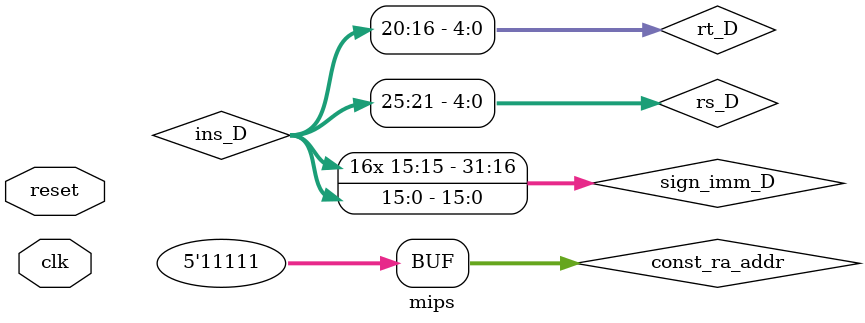
<source format=v>
`timescale 1ns / 1ps

module mips(
    input wire clk,
    input wire reset
    );

    //===================Stage F(Fetch)===================
    wire npc_sel, stall_F;
    wire [31:0] npc_imm, ins_F, pc4_F;
    IFU IFU(
        .clk(clk), 
        .rst(reset), 
        .sel(npc_sel), 
        .imm(npc_imm), 
        .stall(stall_F), 
        .PC_4(pc4_F), 
        .Instr(ins_F)
    );
    
    //===================Stage D(Decode)===================
    wire stall_D;
    wire [31:0] ins_D, pc4_D;
    StageD StageD(
        .clk(clk), 
        .rst(reset), 
        .stall(stall_D), 
        .instr_in(ins_F), 
        .pc_in(pc4_F), 
        .instr_out(ins_D), 
        .pc_out(pc4_D)
    );
    wire reg_write_D, mem_write_D, reg_dst_D, mem_to_reg_D, alu_src_D, link_D;
    wire [3:0] jump_type, alu_ctr_D;
    wire [1:0] rs_usage, rt_usage;
    wire move_from_mdu_D, move_to_mdu_D, start_mdu_D;
    wire [2:0] mdu_sel_D;
    Decoder Decoder(
        .opcode(ins_D[31:26]), 
        .funct(ins_D[5:0]), 
        .RegWrite(reg_write_D), 
        .MemWrite(mem_write_D), 
        .JType(jump_type), 
        .RegDst(reg_dst_D), 
        .MemToReg(mem_to_reg_D), 
        .ALUCtr(alu_ctr_D), 
        .ALUSrc(alu_src_D), 
        .Link(link_D), 
        .MoveFromMDU(move_from_mdu_D),
        .MoveToMDU(move_to_mdu_D),
        .StartMDU(start_mdu_D),
        .MDUSel(mdu_sel_D),
        .RsUsage(rs_usage), 
        .RtUsage(rt_usage)
    );
    wire [4:0] rs_D = ins_D[25:21];
    wire [4:0] rt_D = ins_D[20:16];
    wire [31:0] data1_D, data2_D;
    wire [31:0] pc8_W, result_W;
    wire [4:0] reg_addr_W;
    wire reg_write_W;
    GRF GRF(
        .clk(clk), 
        .WE(reg_write_W), 
        .rst(reset), 
        .A1(rs_D), 
        .A2(rt_D), 
        .A3(reg_addr_W), 
        .WD(result_W), 
        .PC8(pc8_W), 
        .RD1(data1_D), 
        .RD2(data2_D)
    );
    wire [31:0] sign_imm_D = $signed(ins_D[15:0]);
    wire [31:0] data1_with_fw, data2_with_fw;
    wire forward_a_D, forward_b_D;
    wire [31:0] alu_out_M;
    mux2 #(32) Mux_FW_data1_D(.sel(forward_a_D), .in0(data1_D), .in1(alu_out_M), .out(data1_with_fw));
    mux2 #(32) Mux_FW_data2_D(.sel(forward_b_D), .in0(data2_D), .in1(alu_out_M), .out(data2_with_fw));
    NpcController NpcController(
        .op(jump_type), 
        .pc4(pc4_D), 
        .data1(data1_with_fw), 
        .data2(data2_with_fw), 
        .imm26(ins_D[25:0]), 
        .imm32(sign_imm_D), 
        .out(npc_imm), 
        .sel(npc_sel)
    );
    
    //===================Stage E(Execute)===================
    wire flush_E;
    wire reg_write_E, mem_write_E, reg_dst_E, mem_to_reg_E, alu_src_E, link_E;
    wire [3:0] alu_ctr_E;
    wire [31:0] data1_E, data2_E, sign_imm_E, pc8_E;
    wire [4:0] rs_E, rt_E, rd_E;
    wire move_from_mdu_E, move_to_mdu_E, start_mdu_E;
    wire [2:0] mdu_sel_E;
    StageE StageE(
        .clk(clk), 
        .rst(reset), 
        .flush(flush_E), 
        .RegWrite_in(reg_write_D), 
        .MemWrite_in(mem_write_D), 
        .RegDst_in(reg_dst_D), 
        .MemToReg_in(mem_to_reg_D), 
        .ALUCtr_in(alu_ctr_D), 
        .ALUSrc_in(alu_src_D), 
        .Link_in(link_D), 
        .data1_in(data1_D), 
        .data2_in(data2_D), 
        .rs_in(rs_D), 
        .rt_in(rt_D), 
        .rd_in(ins_D[15:11]), 
        .imm_in(sign_imm_D), 
        .pc_in(pc4_D + 4), // use pc+8 starting from E
        .MoveFromMDU_in(move_from_mdu_D),
        .MoveToMDU_in(move_to_mdu_D),
        .StartMDU_in(start_mdu_D),
        .MDUSel_in(mdu_sel_D),
        .RegWrite_out(reg_write_E), 
        .MemWrite_out(mem_write_E), 
        .RegDst_out(reg_dst_E), 
        .MemToReg_out(mem_to_reg_E), 
        .ALUCtr_out(alu_ctr_E), 
        .ALUSrc_out(alu_src_E), 
        .Link_out(link_E), 
        .data1_out(data1_E), 
        .data2_out(data2_E), 
        .rs_out(rs_E), 
        .rt_out(rt_E), 
        .rd_out(rd_E), 
        .imm_out(sign_imm_E), 
        .pc_out(pc8_E),
        .MoveFromMDU_out(move_from_mdu_E),
        .MoveToMDU_out(move_to_mdu_E),
        .StartMDU_out(start_mdu_E),
        .MDUSel_out(mdu_sel_E)
    );
    wire [1:0] forward_a_E, forward_b_E;
    wire [31:0] alu_data_a, alu_data_b, write_data_E;
    mux4 #(32) Mux_FW_data1_E(.sel(forward_a_E), .in0(data1_E), .in1(result_W), .in2(alu_out_M), .out(alu_data_a));
    mux4 #(32) Mux_FW_data2_E(.sel(forward_b_E), .in0(data2_E), .in1(result_W), .in2(alu_out_M), .out(write_data_E));
    mux2 #(32) Mux_SEL_alu_datab(.sel(alu_src_E), .in0(write_data_E), .in1(sign_imm_E), .out(alu_data_b));
    wire [31:0] alu_ans, alu_out1_E, alu_out2_E, mdu_out_E;
    wire mdu_busy_E;
    ALU ALU(
        .A(alu_data_a), 
        .B(alu_data_b), 
        .op(alu_ctr_E), 
        .C(alu_ans)
    );
    MulDiv MDU(
        .clk(clk), 
        .rst(reset), 
        .start(start_mdu_E), 
        .WE(move_to_mdu_E), 
        .sel(mdu_sel_E), 
        .A(alu_data_a), 
        .B(write_data_E), 
        .busy(mdu_busy_E), 
        .C(mdu_out_E)
    );
    mux2 #(32) Mux_SEL_alu_out1(.sel(link_E), .in0(alu_ans), .in1(pc8_E), .out(alu_out1_E));
    mux2 #(32) Mux_SEL_alu_out2(.sel(move_from_mdu_E), .in0(alu_out1_E), .in1(mdu_out_E), .out(alu_out2_E));
    wire [4:0] const_ra_addr = 5'd31;
    wire [4:0] reg_addr_tmp, reg_addr_E;
    mux2 #(5) Mux_SEL_reg_addr_1(.sel(reg_dst_E), .in0(rt_E), .in1(rd_E), .out(reg_addr_tmp));
    mux2 #(5) Mux_SEL_reg_addr_2(.sel(link_E), .in0(reg_addr_tmp), .in1(const_ra_addr), .out(reg_addr_E));
        
    //===================Stage M(Memory)===================
    wire reg_write_M, mem_write_M, mem_to_reg_M;
    wire [31:0] write_data_M, pc8_M;
    wire [4:0] reg_addr_M, rt_M;
    StageM StageM(
        .clk(clk), 
        .rst(reset), 
        .RegWrite_in(reg_write_E), 
        .MemWrite_in(mem_write_E), 
        .MemToReg_in(mem_to_reg_E), 
        .ALUOut_in(alu_out2_E), 
        .WriteData_in(write_data_E), 
        .RegAddr_in(reg_addr_E), 
        .pc_in(pc8_E), 
        .rt_in(rt_E),
        .rt_out(rt_M),
        .RegWrite_out(reg_write_M), 
        .MemWrite_out(mem_write_M), 
        .MemToReg_out(mem_to_reg_M), 
        .ALUOut_out(alu_out_M), 
        .WriteData_out(write_data_M), 
        .RegAddr_out(reg_addr_M), 
        .pc_out(pc8_M)
    );
    wire [31:0] read_data_M, write_data_with_fw;
    wire forward_M;
    mux2 #(32) Mux_FW_write_data_M(.sel(forward_M), .in0(write_data_M), .in1(result_W), .out(write_data_with_fw));
    DM DM(
        .clk(clk), 
        .rst(reset), 
        .str(mem_write_M), 
        .A(alu_out_M[13:2]), 
        .D(write_data_with_fw), 
        .pc8(pc8_M), 
        .RD(read_data_M)
    );
            
    //===================Stage W(Write back)===================
    wire mem_to_reg_W;
    wire [31:0] alu_out_W, read_data_W;
    StageW StageW(
        .clk(clk), 
        .rst(reset), 
        .RegWrite_in(reg_write_M), 
        .MemToReg_in(mem_to_reg_M), 
        .ALUOut_in(alu_out_M), 
        .ReadData_in(read_data_M), 
        .RegAddr_in(reg_addr_M), 
        .pc_in(pc8_M), 
        .RegWrite_out(reg_write_W), 
        .MemToReg_out(mem_to_reg_W), 
        .ALUOut_out(alu_out_W), 
        .ReadData_out(read_data_W), 
        .RegAddr_out(reg_addr_W), 
        .pc_out(pc8_W)
    );
    mux2 #(32) Mux_SEL_write_result(.sel(mem_to_reg_W), .in0(alu_out_W), .in1(read_data_W), .out(result_W));
    
    //===================Conflict handle===================
    ConflictController ConflictController(
        .RsD(rs_D), 
        .RtD(rt_D), 
        .RsE(rs_E), 
        .RtE(rt_E), 
        .RtM(rt_M),
        .RegAddrE(reg_addr_E), 
        .RegAddrM(reg_addr_M), 
        .RegAddrW(reg_addr_W), 
        .RsUsageD(rs_usage), 
        .RtUsageD(rt_usage), 
        .MemToRegE(mem_to_reg_E), 
        .RegWriteE(reg_write_E), 
        .MemToRegM(mem_to_reg_M), 
        .RegWriteM(reg_write_M), 
        .RegWriteW(reg_write_W), 
        .MoveFromMDUD(move_from_mdu_D),
        .StartMDUE(start_mdu_E),
        .MDUBusyE(mdu_busy_E),
        .MoveToMDUE(move_to_mdu_E),
        .StallD(stall_D), 
        .StallF(stall_F), 
        .FlushE(flush_E), 
        .ForwardAD(forward_a_D), 
        .ForwardBD(forward_b_D), 
        .ForwardAE(forward_a_E), 
        .ForwardBE(forward_b_E),
        .ForwardM(forward_M)
    );

endmodule

</source>
